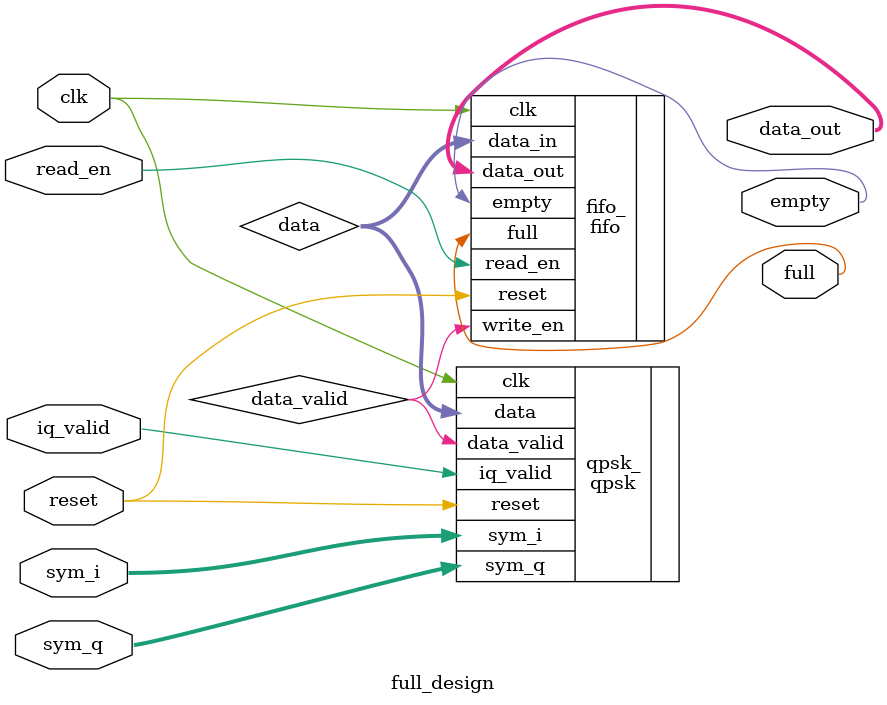
<source format=v>
/*
//////////////////////////////////////////////////////////////////////
Module name:            full_design
Description:  This module connects between the qpsk module and fifo module. The data moves between the qpsk to the fifo.
//////////////////////////////////////////////////////////////////////
*/
module full_design (
input clk, // Clock 
input reset, // Reset 
input signed [7:0] sym_i, // Symbol input I value (scaled to 0-255) 
input signed [7:0] sym_q, // Symbol inpit Q value (scaled to 0-255) 
input iq_valid , // I,Q symbol inputs are valid 
input read_en,
output empty, // demapped data out 'character' (for every 4 //symbols) 
output full,// data out valid 
output [7:0] data_out
);

 wire [7:0] data; 
 wire data_valid; 

qpsk qpsk_(
	.clk(clk),
	.reset(reset),
	.sym_i(sym_i),
	.sym_q(sym_q),
	.iq_valid(iq_valid),
	.data(data),
	.data_valid(data_valid)
	);
	
fifo fifo_(
	.clk(clk),
	.reset(reset),
	.read_en(read_en),
	.write_en(data_valid),
	.data_in(data),
	.empty(empty),
	.full(full),
	.data_out(data_out)
	);
	
endmodule
	

</source>
